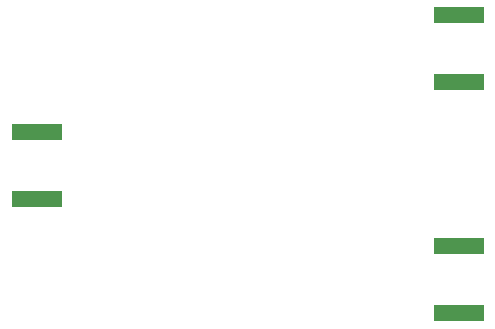
<source format=gbr>
G04 #@! TF.GenerationSoftware,KiCad,Pcbnew,(6.0.4)*
G04 #@! TF.CreationDate,2022-07-08T01:04:45-04:00*
G04 #@! TF.ProjectId,power_divider,706f7765-725f-4646-9976-696465722e6b,Version 2*
G04 #@! TF.SameCoordinates,Original*
G04 #@! TF.FileFunction,Paste,Bot*
G04 #@! TF.FilePolarity,Positive*
%FSLAX46Y46*%
G04 Gerber Fmt 4.6, Leading zero omitted, Abs format (unit mm)*
G04 Created by KiCad (PCBNEW (6.0.4)) date 2022-07-08 01:04:45*
%MOMM*%
%LPD*%
G01*
G04 APERTURE LIST*
%ADD10R,4.200000X1.350000*%
G04 APERTURE END LIST*
D10*
G04 #@! TO.C,J3*
X153325500Y-89947000D03*
X153325500Y-84297000D03*
G04 #@! TD*
G04 #@! TO.C,J1*
X117602000Y-80295000D03*
X117602000Y-74645000D03*
G04 #@! TD*
G04 #@! TO.C,J2*
X153325500Y-64739000D03*
X153325500Y-70389000D03*
G04 #@! TD*
M02*

</source>
